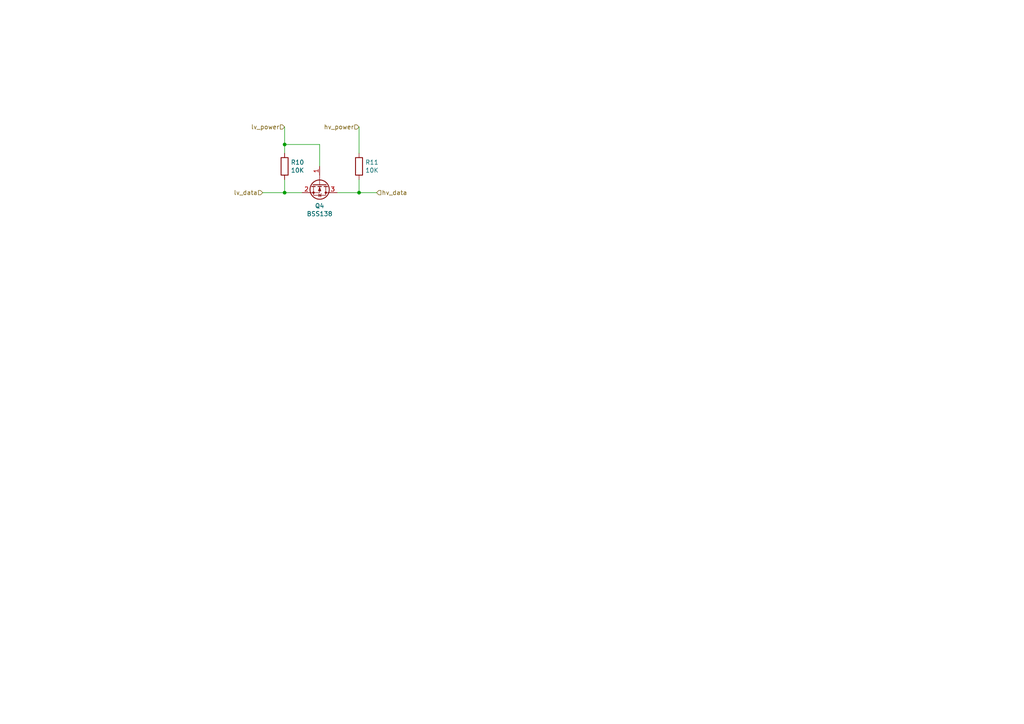
<source format=kicad_sch>
(kicad_sch (version 20211123) (generator eeschema)

  (uuid fa20e708-ec85-4e0b-8402-f74a2724f920)

  (paper "A4")

  (lib_symbols
    (symbol "Device:R" (pin_numbers hide) (pin_names (offset 0)) (in_bom yes) (on_board yes)
      (property "Reference" "R" (id 0) (at 2.032 0 90)
        (effects (font (size 1.27 1.27)))
      )
      (property "Value" "R" (id 1) (at 0 0 90)
        (effects (font (size 1.27 1.27)))
      )
      (property "Footprint" "" (id 2) (at -1.778 0 90)
        (effects (font (size 1.27 1.27)) hide)
      )
      (property "Datasheet" "~" (id 3) (at 0 0 0)
        (effects (font (size 1.27 1.27)) hide)
      )
      (property "ki_keywords" "R res resistor" (id 4) (at 0 0 0)
        (effects (font (size 1.27 1.27)) hide)
      )
      (property "ki_description" "Resistor" (id 5) (at 0 0 0)
        (effects (font (size 1.27 1.27)) hide)
      )
      (property "ki_fp_filters" "R_*" (id 6) (at 0 0 0)
        (effects (font (size 1.27 1.27)) hide)
      )
      (symbol "R_0_1"
        (rectangle (start -1.016 -2.54) (end 1.016 2.54)
          (stroke (width 0.254) (type default) (color 0 0 0 0))
          (fill (type none))
        )
      )
      (symbol "R_1_1"
        (pin passive line (at 0 3.81 270) (length 1.27)
          (name "~" (effects (font (size 1.27 1.27))))
          (number "1" (effects (font (size 1.27 1.27))))
        )
        (pin passive line (at 0 -3.81 90) (length 1.27)
          (name "~" (effects (font (size 1.27 1.27))))
          (number "2" (effects (font (size 1.27 1.27))))
        )
      )
    )
    (symbol "Transistor_FET:BSS138" (pin_names hide) (in_bom yes) (on_board yes)
      (property "Reference" "Q" (id 0) (at 5.08 1.905 0)
        (effects (font (size 1.27 1.27)) (justify left))
      )
      (property "Value" "BSS138" (id 1) (at 5.08 0 0)
        (effects (font (size 1.27 1.27)) (justify left))
      )
      (property "Footprint" "Package_TO_SOT_SMD:SOT-23" (id 2) (at 5.08 -1.905 0)
        (effects (font (size 1.27 1.27) italic) (justify left) hide)
      )
      (property "Datasheet" "https://www.onsemi.com/pub/Collateral/BSS138-D.PDF" (id 3) (at 0 0 0)
        (effects (font (size 1.27 1.27)) (justify left) hide)
      )
      (property "ki_keywords" "N-Channel MOSFET" (id 4) (at 0 0 0)
        (effects (font (size 1.27 1.27)) hide)
      )
      (property "ki_description" "50V Vds, 0.22A Id, N-Channel MOSFET, SOT-23" (id 5) (at 0 0 0)
        (effects (font (size 1.27 1.27)) hide)
      )
      (property "ki_fp_filters" "SOT?23*" (id 6) (at 0 0 0)
        (effects (font (size 1.27 1.27)) hide)
      )
      (symbol "BSS138_0_1"
        (polyline
          (pts
            (xy 0.254 0)
            (xy -2.54 0)
          )
          (stroke (width 0) (type default) (color 0 0 0 0))
          (fill (type none))
        )
        (polyline
          (pts
            (xy 0.254 1.905)
            (xy 0.254 -1.905)
          )
          (stroke (width 0.254) (type default) (color 0 0 0 0))
          (fill (type none))
        )
        (polyline
          (pts
            (xy 0.762 -1.27)
            (xy 0.762 -2.286)
          )
          (stroke (width 0.254) (type default) (color 0 0 0 0))
          (fill (type none))
        )
        (polyline
          (pts
            (xy 0.762 0.508)
            (xy 0.762 -0.508)
          )
          (stroke (width 0.254) (type default) (color 0 0 0 0))
          (fill (type none))
        )
        (polyline
          (pts
            (xy 0.762 2.286)
            (xy 0.762 1.27)
          )
          (stroke (width 0.254) (type default) (color 0 0 0 0))
          (fill (type none))
        )
        (polyline
          (pts
            (xy 2.54 2.54)
            (xy 2.54 1.778)
          )
          (stroke (width 0) (type default) (color 0 0 0 0))
          (fill (type none))
        )
        (polyline
          (pts
            (xy 2.54 -2.54)
            (xy 2.54 0)
            (xy 0.762 0)
          )
          (stroke (width 0) (type default) (color 0 0 0 0))
          (fill (type none))
        )
        (polyline
          (pts
            (xy 0.762 -1.778)
            (xy 3.302 -1.778)
            (xy 3.302 1.778)
            (xy 0.762 1.778)
          )
          (stroke (width 0) (type default) (color 0 0 0 0))
          (fill (type none))
        )
        (polyline
          (pts
            (xy 1.016 0)
            (xy 2.032 0.381)
            (xy 2.032 -0.381)
            (xy 1.016 0)
          )
          (stroke (width 0) (type default) (color 0 0 0 0))
          (fill (type outline))
        )
        (polyline
          (pts
            (xy 2.794 0.508)
            (xy 2.921 0.381)
            (xy 3.683 0.381)
            (xy 3.81 0.254)
          )
          (stroke (width 0) (type default) (color 0 0 0 0))
          (fill (type none))
        )
        (polyline
          (pts
            (xy 3.302 0.381)
            (xy 2.921 -0.254)
            (xy 3.683 -0.254)
            (xy 3.302 0.381)
          )
          (stroke (width 0) (type default) (color 0 0 0 0))
          (fill (type none))
        )
        (circle (center 1.651 0) (radius 2.794)
          (stroke (width 0.254) (type default) (color 0 0 0 0))
          (fill (type none))
        )
        (circle (center 2.54 -1.778) (radius 0.254)
          (stroke (width 0) (type default) (color 0 0 0 0))
          (fill (type outline))
        )
        (circle (center 2.54 1.778) (radius 0.254)
          (stroke (width 0) (type default) (color 0 0 0 0))
          (fill (type outline))
        )
      )
      (symbol "BSS138_1_1"
        (pin input line (at -5.08 0 0) (length 2.54)
          (name "G" (effects (font (size 1.27 1.27))))
          (number "1" (effects (font (size 1.27 1.27))))
        )
        (pin passive line (at 2.54 -5.08 90) (length 2.54)
          (name "S" (effects (font (size 1.27 1.27))))
          (number "2" (effects (font (size 1.27 1.27))))
        )
        (pin passive line (at 2.54 5.08 270) (length 2.54)
          (name "D" (effects (font (size 1.27 1.27))))
          (number "3" (effects (font (size 1.27 1.27))))
        )
      )
    )
  )

  (junction (at 82.55 41.91) (diameter 0) (color 0 0 0 0)
    (uuid 12fa3c3f-3d14-451a-a6a8-884fd1b32fa7)
  )
  (junction (at 104.14 55.88) (diameter 0) (color 0 0 0 0)
    (uuid a917c6d9-225d-4c90-bf25-fe8eff8abd3f)
  )
  (junction (at 82.55 55.88) (diameter 0) (color 0 0 0 0)
    (uuid b54cae5b-c17c-4ed7-b249-2e7d5e83609a)
  )

  (wire (pts (xy 104.14 55.88) (xy 104.14 52.07))
    (stroke (width 0) (type default) (color 0 0 0 0))
    (uuid 17ff35b3-d658-499b-9a46-ea36063fed4e)
  )
  (wire (pts (xy 82.55 44.45) (xy 82.55 41.91))
    (stroke (width 0) (type default) (color 0 0 0 0))
    (uuid 1cc5480b-56b7-4379-98e2-ccafc88911a7)
  )
  (wire (pts (xy 97.79 55.88) (xy 104.14 55.88))
    (stroke (width 0) (type default) (color 0 0 0 0))
    (uuid 3993c707-5291-41b6-83c0-d1c09cb3833a)
  )
  (wire (pts (xy 82.55 55.88) (xy 87.63 55.88))
    (stroke (width 0) (type default) (color 0 0 0 0))
    (uuid 78b44915-d68e-4488-a873-34767153ef98)
  )
  (wire (pts (xy 104.14 44.45) (xy 104.14 36.83))
    (stroke (width 0) (type default) (color 0 0 0 0))
    (uuid 851f3d61-ba3b-4e6e-abd4-cafa4d9b64cb)
  )
  (wire (pts (xy 82.55 55.88) (xy 76.2 55.88))
    (stroke (width 0) (type default) (color 0 0 0 0))
    (uuid 89a3dae6-dcb5-435b-a383-656b6a19a316)
  )
  (wire (pts (xy 104.14 55.88) (xy 109.22 55.88))
    (stroke (width 0) (type default) (color 0 0 0 0))
    (uuid d13b0eae-4711-4325-a6bb-aa8e3646e86e)
  )
  (wire (pts (xy 82.55 41.91) (xy 92.71 41.91))
    (stroke (width 0) (type default) (color 0 0 0 0))
    (uuid d18f2428-546f-4066-8ffb-7653303685db)
  )
  (wire (pts (xy 92.71 41.91) (xy 92.71 48.26))
    (stroke (width 0) (type default) (color 0 0 0 0))
    (uuid d95c6650-fcd9-4184-97fe-fde43ea5c0cd)
  )
  (wire (pts (xy 82.55 52.07) (xy 82.55 55.88))
    (stroke (width 0) (type default) (color 0 0 0 0))
    (uuid e76ec524-408a-4daa-89f6-0edfdbcfb621)
  )
  (wire (pts (xy 82.55 41.91) (xy 82.55 36.83))
    (stroke (width 0) (type default) (color 0 0 0 0))
    (uuid f4a1ab68-998b-43e3-aa33-40b58210bc99)
  )

  (hierarchical_label "lv_data" (shape input) (at 76.2 55.88 180)
    (effects (font (size 1.27 1.27)) (justify right))
    (uuid 26bc8641-9bca-4204-9709-deedbe202a36)
  )
  (hierarchical_label "lv_power" (shape input) (at 82.55 36.83 180)
    (effects (font (size 1.27 1.27)) (justify right))
    (uuid 9a8ad8bb-d9a9-4b2b-bc88-ea6fd2676d45)
  )
  (hierarchical_label "hv_power" (shape input) (at 104.14 36.83 180)
    (effects (font (size 1.27 1.27)) (justify right))
    (uuid ca6e2466-a90a-4dab-be16-b070610e5087)
  )
  (hierarchical_label "hv_data" (shape input) (at 109.22 55.88 0)
    (effects (font (size 1.27 1.27)) (justify left))
    (uuid fd5f7d77-0f73-4021-88a8-0641f0fe8d98)
  )

  (symbol (lib_id "Transistor_FET:BSS138") (at 92.71 53.34 270)
    (in_bom yes) (on_board yes)
    (uuid 00000000-0000-0000-0000-000060b6ff6f)
    (property "Reference" "Q4" (id 0) (at 92.71 59.7154 90))
    (property "Value" "BSS138" (id 1) (at 92.71 62.0268 90))
    (property "Footprint" "Package_TO_SOT_SMD:SOT-23" (id 2) (at 90.805 58.42 0)
      (effects (font (size 1.27 1.27) italic) (justify left) hide)
    )
    (property "Datasheet" "https://www.fairchildsemi.com/datasheets/BS/BSS138.pdf" (id 3) (at 92.71 53.34 0)
      (effects (font (size 1.27 1.27)) (justify left) hide)
    )
    (pin "1" (uuid a1d115c3-da84-47ec-9976-d2670da85c32))
    (pin "2" (uuid 7b0ff180-d961-42fc-a827-eda3473bb531))
    (pin "3" (uuid b487fa0d-4185-44df-919b-c1553e962248))
  )

  (symbol (lib_id "Device:R") (at 82.55 48.26 0)
    (in_bom yes) (on_board yes)
    (uuid 00000000-0000-0000-0000-000060b6ff75)
    (property "Reference" "R10" (id 0) (at 84.328 47.0916 0)
      (effects (font (size 1.27 1.27)) (justify left))
    )
    (property "Value" "10K" (id 1) (at 84.328 49.403 0)
      (effects (font (size 1.27 1.27)) (justify left))
    )
    (property "Footprint" "Resistor_SMD:R_0805_2012Metric_Pad1.15x1.40mm_HandSolder" (id 2) (at 80.772 48.26 90)
      (effects (font (size 1.27 1.27)) hide)
    )
    (property "Datasheet" "~" (id 3) (at 82.55 48.26 0)
      (effects (font (size 1.27 1.27)) hide)
    )
    (pin "1" (uuid 76674d84-2332-42b9-8609-49e1783da619))
    (pin "2" (uuid 782b035d-e367-4fce-8939-d1d441bf228f))
  )

  (symbol (lib_id "Device:R") (at 104.14 48.26 0)
    (in_bom yes) (on_board yes)
    (uuid 00000000-0000-0000-0000-000060b6ff7b)
    (property "Reference" "R11" (id 0) (at 105.918 47.0916 0)
      (effects (font (size 1.27 1.27)) (justify left))
    )
    (property "Value" "10K" (id 1) (at 105.918 49.403 0)
      (effects (font (size 1.27 1.27)) (justify left))
    )
    (property "Footprint" "Resistor_SMD:R_0805_2012Metric_Pad1.15x1.40mm_HandSolder" (id 2) (at 102.362 48.26 90)
      (effects (font (size 1.27 1.27)) hide)
    )
    (property "Datasheet" "~" (id 3) (at 104.14 48.26 0)
      (effects (font (size 1.27 1.27)) hide)
    )
    (pin "1" (uuid 5583639e-4df1-4455-bf22-e7bdb0462e42))
    (pin "2" (uuid 4c78f92e-4023-4baf-a010-0b2161b09fda))
  )
)

</source>
